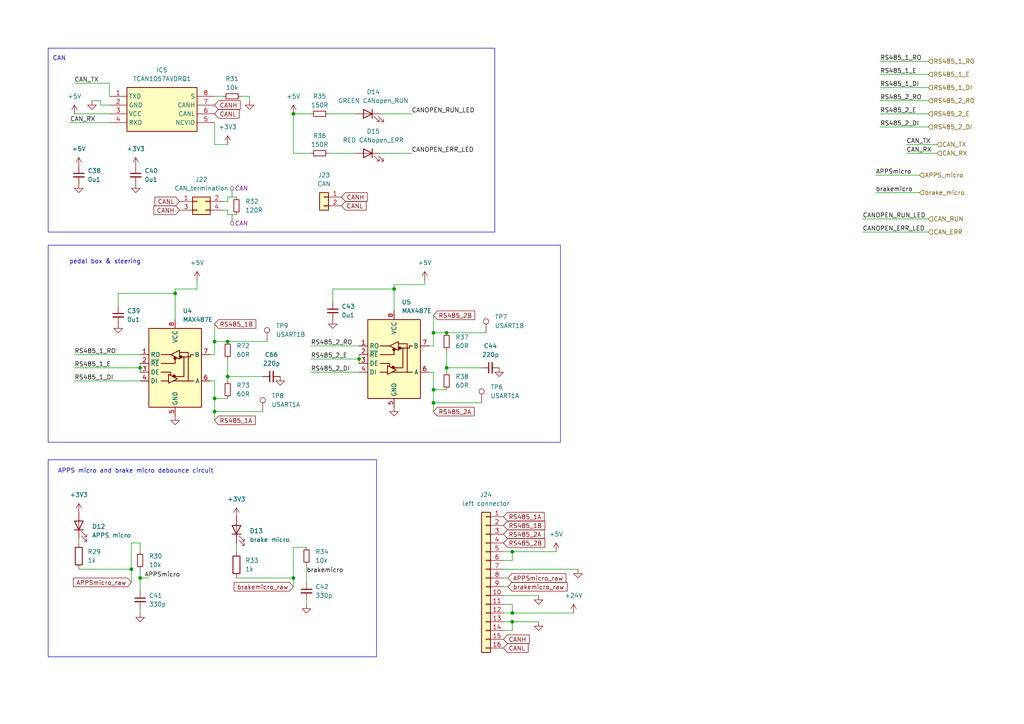
<source format=kicad_sch>
(kicad_sch (version 20231120) (generator "eeschema") (generator_version "8.0")
  (paper "A4")
  (title_block (title "EP5 rearbox ") (date "2024-08-07") (rev "1.0") (company "NTURacing") (comment 1 "郭哲明") (comment 2 "Electrical group"))
  (lib_symbols
    (symbol "Connector:TestPoint" (pin_numbers hide) (pin_names (offset 0.762) hide)
      (property "Reference" "TP" (at 0 6.858 0))
      (property "Value" "TestPoint" (at 0 5.08 0))
      (symbol "TestPoint_0_1"
        (circle (center 0 3.302) (radius 0.762))
      )
      (symbol "TestPoint_1_1"
        (pin passive line (at 0 0 90) (length 2.54) (name "1") (number "1"))
      )
    )
    (symbol "Connector_Generic:Conn_01x02" (pin_names (offset 1.016) hide)
      (property "Reference" "J" (at 0 2.54 0))
      (property "Value" "Conn_01x02" (at 0 -5.08 0))
      (symbol "Conn_01x02_1_1"
        (rectangle (start -1.27 -2.413) (end 0 -2.667) (stroke (width 0.1524)))
        (rectangle (start -1.27 0.127) (end 0 -0.127) (stroke (width 0.1524)))
        (rectangle (start -1.27 1.27) (end 1.27 -3.81) (stroke (width 0.254)) (fill (type background)))
        (pin passive line (at -5.08 0 0) (length 3.81) (name "Pin_1") (number "1"))
        (pin passive line (at -5.08 -2.54 0) (length 3.81) (name "Pin_2") (number "2"))
      )
    )
    (symbol "Connector_Generic:Conn_01x16" (pin_names (offset 1.016) hide)
      (property "Reference" "J" (at 0 20.32 0))
      (property "Value" "Conn_01x16" (at 0 -22.86 0))
      (symbol "Conn_01x16_1_1"
        (rectangle (start -1.27 -20.193) (end 0 -20.447) (stroke (width 0.1524)))
        (rectangle (start -1.27 -17.653) (end 0 -17.907) (stroke (width 0.1524)))
        (rectangle (start -1.27 -15.113) (end 0 -15.367) (stroke (width 0.1524)))
        (rectangle (start -1.27 -12.573) (end 0 -12.827) (stroke (width 0.1524)))
        (rectangle (start -1.27 -10.033) (end 0 -10.287) (stroke (width 0.1524)))
        (rectangle (start -1.27 -7.493) (end 0 -7.747) (stroke (width 0.1524)))
        (rectangle (start -1.27 -4.953) (end 0 -5.207) (stroke (width 0.1524)))
        (rectangle (start -1.27 -2.413) (end 0 -2.667) (stroke (width 0.1524)))
        (rectangle (start -1.27 0.127) (end 0 -0.127) (stroke (width 0.1524)))
        (rectangle (start -1.27 2.667) (end 0 2.413) (stroke (width 0.1524)))
        (rectangle (start -1.27 5.207) (end 0 4.953) (stroke (width 0.1524)))
        (rectangle (start -1.27 7.747) (end 0 7.493) (stroke (width 0.1524)))
        (rectangle (start -1.27 10.287) (end 0 10.033) (stroke (width 0.1524)))
        (rectangle (start -1.27 12.827) (end 0 12.573) (stroke (width 0.1524)))
        (rectangle (start -1.27 15.367) (end 0 15.113) (stroke (width 0.1524)))
        (rectangle (start -1.27 17.907) (end 0 17.653) (stroke (width 0.1524)))
        (rectangle (start -1.27 19.05) (end 1.27 -21.59) (stroke (width 0.254)) (fill (type background)))
        (pin passive line (at -5.08 17.78 0) (length 3.81) (name "Pin_1") (number "1"))
        (pin passive line (at -5.08 -5.08 0) (length 3.81) (name "Pin_10") (number "10"))
        (pin passive line (at -5.08 -7.62 0) (length 3.81) (name "Pin_11") (number "11"))
        (pin passive line (at -5.08 -10.16 0) (length 3.81) (name "Pin_12") (number "12"))
        (pin passive line (at -5.08 -12.7 0) (length 3.81) (name "Pin_13") (number "13"))
        (pin passive line (at -5.08 -15.24 0) (length 3.81) (name "Pin_14") (number "14"))
        (pin passive line (at -5.08 -17.78 0) (length 3.81) (name "Pin_15") (number "15"))
        (pin passive line (at -5.08 -20.32 0) (length 3.81) (name "Pin_16") (number "16"))
        (pin passive line (at -5.08 15.24 0) (length 3.81) (name "Pin_2") (number "2"))
        (pin passive line (at -5.08 12.7 0) (length 3.81) (name "Pin_3") (number "3"))
        (pin passive line (at -5.08 10.16 0) (length 3.81) (name "Pin_4") (number "4"))
        (pin passive line (at -5.08 7.62 0) (length 3.81) (name "Pin_5") (number "5"))
        (pin passive line (at -5.08 5.08 0) (length 3.81) (name "Pin_6") (number "6"))
        (pin passive line (at -5.08 2.54 0) (length 3.81) (name "Pin_7") (number "7"))
        (pin passive line (at -5.08 0 0) (length 3.81) (name "Pin_8") (number "8"))
        (pin passive line (at -5.08 -2.54 0) (length 3.81) (name "Pin_9") (number "9"))
      )
    )
    (symbol "Connector_Generic:Conn_02x02_Odd_Even" (pin_names (offset 1.016) hide)
      (property "Reference" "J" (at 1.27 2.54 0))
      (property "Value" "Conn_02x02_Odd_Even" (at 1.27 -5.08 0))
      (symbol "Conn_02x02_Odd_Even_1_1"
        (rectangle (start -1.27 -2.413) (end 0 -2.667) (stroke (width 0.1524)))
        (rectangle (start -1.27 0.127) (end 0 -0.127) (stroke (width 0.1524)))
        (rectangle (start -1.27 1.27) (end 3.81 -3.81) (stroke (width 0.254)) (fill (type background)))
        (rectangle (start 3.81 -2.413) (end 2.54 -2.667) (stroke (width 0.1524)))
        (rectangle (start 3.81 0.127) (end 2.54 -0.127) (stroke (width 0.1524)))
        (pin passive line (at -5.08 0 0) (length 3.81) (name "Pin_1") (number "1"))
        (pin passive line (at 7.62 0 180) (length 3.81) (name "Pin_2") (number "2"))
        (pin passive line (at -5.08 -2.54 0) (length 3.81) (name "Pin_3") (number "3"))
        (pin passive line (at 7.62 -2.54 180) (length 3.81) (name "Pin_4") (number "4"))
      )
    )
    (symbol "Device:C_Small" (pin_numbers hide) (pin_names (offset 0.254) hide)
      (property "Reference" "C" (at 0.254 1.778 0))
      (property "Value" "C_Small" (at 0.254 -2.032 0))
      (symbol "C_Small_0_1"
        (polyline (pts (xy -1.524 -0.508) (xy 1.524 -0.508)) (stroke (width 0.3302)))
        (polyline (pts (xy -1.524 0.508) (xy 1.524 0.508)) (stroke (width 0.3048)))
      )
      (symbol "C_Small_1_1"
        (pin passive line (at 0 2.54 270) (length 2.032) (name "~") (number "1"))
        (pin passive line (at 0 -2.54 90) (length 2.032) (name "~") (number "2"))
      )
    )
    (symbol "Device:LED" (pin_numbers hide) (pin_names (offset 1.016) hide)
      (property "Reference" "D" (at 0 2.54 0))
      (property "Value" "LED" (at 0 -2.54 0))
      (symbol "LED_0_1"
        (polyline (pts (xy -1.27 -1.27) (xy -1.27 1.27)) (stroke (width 0.254)))
        (polyline (pts (xy -1.27 0) (xy 1.27 0)))
        (polyline (pts (xy 1.27 -1.27) (xy 1.27 1.27) (xy -1.27 0) (xy 1.27 -1.27)) (stroke (width 0.254)))
        (polyline (pts (xy -3.048 -0.762) (xy -4.572 -2.286) (xy -3.81 -2.286) (xy -4.572 -2.286) (xy -4.572 -1.524)))
        (polyline (pts (xy -1.778 -0.762) (xy -3.302 -2.286) (xy -2.54 -2.286) (xy -3.302 -2.286) (xy -3.302 -1.524)))
      )
      (symbol "LED_1_1"
        (pin passive line (at -3.81 0 0) (length 2.54) (name "K") (number "1"))
        (pin passive line (at 3.81 0 180) (length 2.54) (name "A") (number "2"))
      )
    )
    (symbol "Device:R" (pin_numbers hide) (pin_names (offset 0))
      (property "Reference" "R" (at 2.032 0 90))
      (property "Value" "R" (at 0 0 90))
      (symbol "R_0_1"
        (rectangle (start -1.016 -2.54) (end 1.016 2.54) (stroke (width 0.254)))
      )
      (symbol "R_1_1"
        (pin passive line (at 0 3.81 270) (length 1.27) (name "~") (number "1"))
        (pin passive line (at 0 -3.81 90) (length 1.27) (name "~") (number "2"))
      )
    )
    (symbol "Device:R_Small" (pin_numbers hide) (pin_names (offset 0.254) hide)
      (property "Reference" "R" (at 0.762 0.508 0))
      (property "Value" "R_Small" (at 0.762 -1.016 0))
      (symbol "R_Small_0_1"
        (rectangle (start -0.762 1.778) (end 0.762 -1.778) (stroke (width 0.2032)))
      )
      (symbol "R_Small_1_1"
        (pin passive line (at 0 2.54 270) (length 0.762) (name "~") (number "1"))
        (pin passive line (at 0 -2.54 90) (length 0.762) (name "~") (number "2"))
      )
    )
    (symbol "Interface_UART:MAX487E"
      (property "Reference" "U" (at -6.096 11.43 0))
      (property "Value" "MAX487E" (at 0.762 11.43 0))
      (symbol "MAX487E_0_1"
        (rectangle (start -7.62 10.16) (end 7.62 -12.7) (stroke (width 0.254)) (fill (type background)))
        (circle (center -0.3048 -3.683) (radius 0.3556) (stroke (width 0.254)) (fill (type outline)))
        (circle (center -0.0254 1.4986) (radius 0.3556) (stroke (width 0.254)) (fill (type outline)))
        (polyline (pts (xy -4.064 -5.08) (xy -1.905 -5.08)) (stroke (width 0.254)))
        (polyline (pts (xy -4.064 2.54) (xy -1.27 2.54)) (stroke (width 0.254)))
        (polyline (pts (xy -1.27 -3.2004) (xy -1.27 -3.4544)) (stroke (width 0.254)))
        (polyline (pts (xy -0.635 -5.08) (xy 5.334 -5.08)) (stroke (width 0.254)))
        (polyline (pts (xy -4.064 -2.54) (xy -1.27 -2.54) (xy -1.27 -3.175)) (stroke (width 0.254)))
        (polyline (pts (xy 0 1.27) (xy 0 0) (xy -4.064 0)) (stroke (width 0.254)))
        (polyline (pts (xy 1.27 3.175) (xy 3.81 3.175) (xy 3.81 -5.08)) (stroke (width 0.254)))
        (polyline (pts (xy 2.54 1.905) (xy 2.54 -3.81) (xy 0 -3.81)) (stroke (width 0.254)))
        (polyline (pts (xy -1.905 -3.175) (xy -1.905 -5.715) (xy 0.635 -4.445) (xy -1.905 -3.175)) (stroke (width 0.254)))
        (polyline (pts (xy -1.27 2.54) (xy 1.27 3.81) (xy 1.27 1.27) (xy -1.27 2.54)) (stroke (width 0.254)))
        (polyline (pts (xy 1.905 1.905) (xy 4.445 1.905) (xy 4.445 2.54) (xy 5.334 2.54)) (stroke (width 0.254)))
        (rectangle (start 1.27 3.175) (end 1.27 3.175))
        (circle (center 1.651 1.905) (radius 0.3556) (stroke (width 0.254)) (fill (type outline)))
      )
      (symbol "MAX487E_1_1"
        (pin output line (at -10.16 2.54 0) (length 2.54) (name "RO") (number "1"))
        (pin input line (at -10.16 0 0) (length 2.54) (name "~{RE}") (number "2"))
        (pin input line (at -10.16 -2.54 0) (length 2.54) (name "DE") (number "3"))
        (pin input line (at -10.16 -5.08 0) (length 2.54) (name "DI") (number "4"))
        (pin power_in line (at 0 -15.24 90) (length 2.54) (name "GND") (number "5"))
        (pin bidirectional line (at 10.16 -5.08 180) (length 2.54) (name "A") (number "6"))
        (pin bidirectional line (at 10.16 2.54 180) (length 2.54) (name "B") (number "7"))
        (pin power_in line (at 0 12.7 270) (length 2.54) (name "VCC") (number "8"))
      )
    )
    (symbol "SamacSys_Parts:TCAN1057AVDRQ1"
      (property "Reference" "IC" (at 26.67 7.62 0))
      (property "Value" "TCAN1057AVDRQ1" (at 26.67 5.08 0))
      (symbol "TCAN1057AVDRQ1_1_1"
        (rectangle (start 5.08 2.54) (end 25.4 -10.16) (stroke (width 0.254)) (fill (type background)))
        (pin passive line (at 0 0 0) (length 5.08) (name "TXD") (number "1"))
        (pin passive line (at 0 -2.54 0) (length 5.08) (name "GND") (number "2"))
        (pin passive line (at 0 -5.08 0) (length 5.08) (name "VCC") (number "3"))
        (pin passive line (at 0 -7.62 0) (length 5.08) (name "RXD") (number "4"))
        (pin passive line (at 30.48 -7.62 180) (length 5.08) (name "NCVIO") (number "5"))
        (pin passive line (at 30.48 -5.08 180) (length 5.08) (name "CANL") (number "6"))
        (pin passive line (at 30.48 -2.54 180) (length 5.08) (name "CANH") (number "7"))
        (pin passive line (at 30.48 0 180) (length 5.08) (name "S") (number "8"))
      )
    )
    (symbol "power:+24V" (power) (pin_names (offset 0))
      (property "Value" "+24V" (at 0 3.556 0))
      (symbol "+24V_0_1"
        (polyline (pts (xy -0.762 1.27) (xy 0 2.54)))
        (polyline (pts (xy 0 0) (xy 0 2.54)))
        (polyline (pts (xy 0 2.54) (xy 0.762 1.27)))
      )
      (symbol "+24V_1_1"
        (pin power_in line (at 0 0 90) (length 0) hide (name "+24V") (number "1"))
      )
    )
    (symbol "power:+3V3" (power) (pin_names (offset 0))
      (property "Value" "+3V3" (at 0 3.556 0))
      (symbol "+3V3_0_1"
        (polyline (pts (xy -0.762 1.27) (xy 0 2.54)))
        (polyline (pts (xy 0 0) (xy 0 2.54)))
        (polyline (pts (xy 0 2.54) (xy 0.762 1.27)))
      )
      (symbol "+3V3_1_1"
        (pin power_in line (at 0 0 90) (length 0) hide (name "+3V3") (number "1"))
      )
    )
    (symbol "power:+5V" (power) (pin_names (offset 0))
      (property "Value" "+5V" (at 0 3.556 0))
      (symbol "+5V_0_1"
        (polyline (pts (xy -0.762 1.27) (xy 0 2.54)))
        (polyline (pts (xy 0 0) (xy 0 2.54)))
        (polyline (pts (xy 0 2.54) (xy 0.762 1.27)))
      )
      (symbol "+5V_1_1"
        (pin power_in line (at 0 0 90) (length 0) hide (name "+5V") (number "1"))
      )
    )
    (symbol "power:GND" (power) (pin_names (offset 0))
      (property "Value" "GND" (at 0 -3.81 0))
      (symbol "GND_0_1"
        (polyline (pts (xy 0 0) (xy 0 -1.27) (xy 1.27 -1.27) (xy 0 -2.54) (xy -1.27 -1.27) (xy 0 -1.27)))
      )
      (symbol "GND_1_1"
        (pin power_in line (at 0 0 270) (length 0) hide (name "GND") (number "1"))
      )
    )
  )
  (junction (at 50.8 85.09))
  (junction (at 40.64 167.64))
  (junction (at 114.3 83.82))
  (junction (at 125.73 113.03))
  (junction (at 148.59 160.02))
  (junction (at 125.73 116.84))
  (junction (at 62.23 99.06))
  (junction (at 62.23 115.57))
  (junction (at 38.1 165.1))
  (junction (at 85.09 33.02))
  (junction (at 62.23 119.38))
  (junction (at 40.64 106.68))
  (junction (at 66.04 99.06))
  (junction (at 125.73 96.52))
  (junction (at 129.54 106.68))
  (junction (at 148.59 177.8))
  (junction (at 66.04 109.22))
  (junction (at 85.09 167.64))
  (junction (at 148.59 180.34))
  (junction (at 104.14 104.14))
  (junction (at 129.54 96.52))
  (wire (pts (xy 125.73 113.03) (xy 129.54 113.03)))
  (wire (pts (xy 262.89 44.45) (xy 271.78 44.45)))
  (wire (pts (xy 21.59 106.68) (xy 40.64 106.68)))
  (wire (pts (xy 21.59 33.02) (xy 31.75 33.02)))
  (wire (pts (xy 148.59 182.88) (xy 146.05 182.88)))
  (wire (pts (xy 125.73 100.33) (xy 124.46 100.33)))
  (wire (pts (xy 66.04 58.42) (xy 64.77 58.42)))
  (wire (pts (xy 40.64 177.8) (xy 40.64 176.53)))
  (wire (pts (xy 72.39 27.94) (xy 69.85 27.94)))
  (wire (pts (xy 123.19 81.28) (xy 123.19 82.55)))
  (wire (pts (xy 62.23 115.57) (xy 62.23 110.49)))
  (wire (pts (xy 255.27 36.83) (xy 269.24 36.83)))
  (wire (pts (xy 62.23 115.57) (xy 66.04 115.57)))
  (wire (pts (xy 38.1 157.48) (xy 38.1 165.1)))
  (wire (pts (xy 66.04 60.96) (xy 64.77 60.96)))
  (wire (pts (xy 62.23 93.98) (xy 62.23 99.06)))
  (wire (pts (xy 40.64 165.1) (xy 40.64 167.64)))
  (wire (pts (xy 148.59 180.34) (xy 146.05 180.34)))
  (wire (pts (xy 102.87 44.45) (xy 95.25 44.45)))
  (wire (pts (xy 90.17 107.95) (xy 104.14 107.95)))
  (wire (pts (xy 114.3 82.55) (xy 123.19 82.55)))
  (wire (pts (xy 21.59 24.13) (xy 31.75 24.13)))
  (wire (pts (xy 62.23 102.87) (xy 60.96 102.87)))
  (wire (pts (xy 20.32 35.56) (xy 31.75 35.56)))
  (wire (pts (xy 125.73 113.03) (xy 125.73 107.95)))
  (wire (pts (xy 62.23 99.06) (xy 62.23 102.87)))
  (wire (pts (xy 254 50.8) (xy 266.7 50.8)))
  (wire (pts (xy 62.23 119.38) (xy 62.23 115.57)))
  (wire (pts (xy 50.8 85.09) (xy 50.8 92.71)))
  (wire (pts (xy 129.54 101.6) (xy 129.54 106.68)))
  (wire (pts (xy 21.59 102.87) (xy 40.64 102.87)))
  (wire (pts (xy 90.17 44.45) (xy 85.09 44.45)))
  (wire (pts (xy 22.86 157.48) (xy 22.86 156.21)))
  (wire (pts (xy 85.09 158.75) (xy 88.9 158.75)))
  (wire (pts (xy 68.58 160.02) (xy 68.58 157.48)))
  (wire (pts (xy 125.73 96.52) (xy 129.54 96.52)))
  (wire (pts (xy 40.64 157.48) (xy 38.1 157.48)))
  (wire (pts (xy 62.23 121.92) (xy 62.23 119.38)))
  (wire (pts (xy 26.67 29.21) (xy 29.21 29.21)))
  (wire (pts (xy 146.05 167.64) (xy 147.32 167.64)))
  (wire (pts (xy 125.73 116.84) (xy 125.73 113.03)))
  (wire (pts (xy 269.24 67.31) (xy 250.19 67.31)))
  (wire (pts (xy 62.23 27.94) (xy 64.77 27.94)))
  (wire (pts (xy 148.59 180.34) (xy 156.21 180.34)))
  (wire (pts (xy 114.3 83.82) (xy 114.3 90.17)))
  (wire (pts (xy 66.04 57.15) (xy 66.04 58.42)))
  (wire (pts (xy 146.05 160.02) (xy 148.59 160.02)))
  (wire (pts (xy 125.73 96.52) (xy 125.73 100.33)))
  (wire (pts (xy 76.2 109.22) (xy 66.04 109.22)))
  (wire (pts (xy 146.05 175.26) (xy 148.59 175.26)))
  (wire (pts (xy 88.9 163.83) (xy 88.9 168.91)))
  (wire (pts (xy 66.04 104.14) (xy 66.04 109.22)))
  (wire (pts (xy 72.39 29.21) (xy 72.39 27.94)))
  (wire (pts (xy 262.89 41.91) (xy 271.78 41.91)))
  (wire (pts (xy 139.7 106.68) (xy 129.54 106.68)))
  (wire (pts (xy 255.27 29.21) (xy 269.24 29.21)))
  (wire (pts (xy 102.87 33.02) (xy 95.25 33.02)))
  (wire (pts (xy 62.23 99.06) (xy 66.04 99.06)))
  (wire (pts (xy 62.23 41.91) (xy 62.23 35.56)))
  (wire (pts (xy 57.15 81.28) (xy 57.15 83.82)))
  (wire (pts (xy 68.58 167.64) (xy 85.09 167.64)))
  (wire (pts (xy 88.9 173.99) (xy 88.9 175.26)))
  (wire (pts (xy 38.1 165.1) (xy 38.1 168.91)))
  (wire (pts (xy 68.58 62.23) (xy 66.04 62.23)))
  (wire (pts (xy 255.27 33.02) (xy 269.24 33.02)))
  (wire (pts (xy 50.8 83.82) (xy 57.15 83.82)))
  (wire (pts (xy 255.27 21.59) (xy 269.24 21.59)))
  (wire (pts (xy 148.59 160.02) (xy 148.59 162.56)))
  (wire (pts (xy 254 55.88) (xy 266.7 55.88)))
  (wire (pts (xy 148.59 177.8) (xy 166.37 177.8)))
  (wire (pts (xy 104.14 104.14) (xy 104.14 102.87)))
  (wire (pts (xy 125.73 116.84) (xy 139.7 116.84)))
  (wire (pts (xy 96.52 83.82) (xy 114.3 83.82)))
  (wire (pts (xy 125.73 119.38) (xy 125.73 116.84)))
  (wire (pts (xy 40.64 157.48) (xy 40.64 160.02)))
  (wire (pts (xy 146.05 162.56) (xy 148.59 162.56)))
  (wire (pts (xy 68.58 57.15) (xy 66.04 57.15)))
  (wire (pts (xy 255.27 25.4) (xy 269.24 25.4)))
  (wire (pts (xy 104.14 104.14) (xy 104.14 105.41)))
  (wire (pts (xy 40.64 106.68) (xy 40.64 107.95)))
  (wire (pts (xy 148.59 180.34) (xy 148.59 182.88)))
  (wire (pts (xy 119.38 33.02) (xy 110.49 33.02)))
  (wire (pts (xy 269.24 63.5) (xy 250.19 63.5)))
  (wire (pts (xy 85.09 33.02) (xy 85.09 44.45)))
  (wire (pts (xy 50.8 83.82) (xy 50.8 85.09)))
  (wire (pts (xy 43.18 167.64) (xy 40.64 167.64)))
  (wire (pts (xy 146.05 170.18) (xy 147.32 170.18)))
  (wire (pts (xy 90.17 104.14) (xy 104.14 104.14)))
  (wire (pts (xy 29.21 29.21) (xy 29.21 30.48)))
  (wire (pts (xy 66.04 62.23) (xy 66.04 60.96)))
  (wire (pts (xy 156.21 172.72) (xy 146.05 172.72)))
  (wire (pts (xy 129.54 106.68) (xy 129.54 107.95)))
  (wire (pts (xy 125.73 91.44) (xy 125.73 96.52)))
  (wire (pts (xy 62.23 110.49) (xy 60.96 110.49)))
  (wire (pts (xy 146.05 165.1) (xy 167.64 165.1)))
  (wire (pts (xy 148.59 177.8) (xy 146.05 177.8)))
  (wire (pts (xy 85.09 167.64) (xy 85.09 170.18)))
  (wire (pts (xy 148.59 175.26) (xy 148.59 177.8)))
  (wire (pts (xy 31.75 24.13) (xy 31.75 27.94)))
  (wire (pts (xy 125.73 107.95) (xy 124.46 107.95)))
  (wire (pts (xy 22.86 165.1) (xy 38.1 165.1)))
  (wire (pts (xy 85.09 158.75) (xy 85.09 167.64)))
  (wire (pts (xy 119.38 44.45) (xy 110.49 44.45)))
  (wire (pts (xy 66.04 41.91) (xy 62.23 41.91)))
  (wire (pts (xy 34.29 85.09) (xy 50.8 85.09)))
  (wire (pts (xy 62.23 119.38) (xy 76.2 119.38)))
  (wire (pts (xy 114.3 82.55) (xy 114.3 83.82)))
  (wire (pts (xy 129.54 96.52) (xy 140.97 96.52)))
  (wire (pts (xy 29.21 30.48) (xy 31.75 30.48)))
  (wire (pts (xy 96.52 83.82) (xy 96.52 87.63)))
  (wire (pts (xy 21.59 110.49) (xy 40.64 110.49)))
  (wire (pts (xy 90.17 100.33) (xy 104.14 100.33)))
  (wire (pts (xy 90.17 33.02) (xy 85.09 33.02)))
  (wire (pts (xy 66.04 109.22) (xy 66.04 110.49)))
  (wire (pts (xy 40.64 105.41) (xy 40.64 106.68)))
  (wire (pts (xy 66.04 99.06) (xy 77.47 99.06)))
  (wire (pts (xy 148.59 160.02) (xy 161.29 160.02)))
  (wire (pts (xy 255.27 17.78) (xy 269.24 17.78)))
  (wire (pts (xy 40.64 167.64) (xy 40.64 171.45)))
  (wire (pts (xy 34.29 85.09) (xy 34.29 88.9)))
  (rectangle (start 13.97 13.97) (end 143.51 67.31))
  (rectangle (start 13.97 71.12) (end 162.56 128.27))
  (rectangle (start 13.97 133.35) (end 109.22 190.5))
  (text "CAN" (at 15.24 17.78 0) (effects (font (size 1.27 1.27)) (justify left bottom)))
  (text "APPS micro and brake micro debounce circuit" (at 16.764 137.414 0) (effects (font (size 1.27 1.27)) (justify left bottom)))
  (text "pedal box & steering" (at 20.066 76.708 0) (effects (font (size 1.27 1.27)) (justify left bottom)))
  (label "CAN_RX" (at 20.32 35.56 0))
  (label "RS485_1_DI" (at 255.27 25.4 0))
  (label "RS485_1_E" (at 255.27 21.59 0))
  (label "RS485_2_DI" (at 255.27 36.83 0))
  (label "RS485_1_E" (at 21.59 106.68 0))
  (label "RS485_1_DI" (at 21.59 110.49 0))
  (label "brakemicro" (at 254 55.88 0))
  (label "CANOPEN_ERR_LED" (at 250.19 67.31 0))
  (label "RS485_2_DI" (at 90.17 107.95 0))
  (label "RS485_1_RO" (at 21.59 102.87 0))
  (label "CAN_TX" (at 21.59 24.13 0))
  (label "CANOPEN_ERR_LED" (at 119.38 44.45 0))
  (label "CAN_RX" (at 262.89 44.45 0))
  (label "CAN_TX" (at 262.89 41.91 0))
  (label "RS485_1_RO" (at 255.27 17.78 0))
  (label "CANOPEN_RUN_LED" (at 119.38 33.02 0))
  (label "brakemicro" (at 88.9 166.37 0))
  (label "APPSmicro" (at 254 50.8 0))
  (label "CANOPEN_RUN_LED" (at 250.19 63.5 0))
  (label "RS485_2_E" (at 255.27 33.02 0))
  (label "RS485_2_E" (at 90.17 104.14 0))
  (label "RS485_2_RO" (at 255.27 29.21 0))
  (label "RS485_2_RO" (at 90.17 100.33 0))
  (label "APPSmicro" (at 41.91 167.64 0))
  (global_label "CANH" (shape input) (at 52.07 60.96 180) (property "Intersheetrefs" "${INTERSHEET_REFS}" (effects (hide yes))))
  (global_label "CANL" (shape input) (at 99.06 59.69 0) (property "Intersheetrefs" "${INTERSHEET_REFS}" (effects (hide yes))))
  (global_label "RS485_1A" (shape input) (at 62.23 121.92 0) (property "Intersheetrefs" "${INTERSHEET_REFS}" (effects (hide yes))))
  (global_label "RS485_2A" (shape input) (at 125.73 119.38 0) (property "Intersheetrefs" "${INTERSHEET_REFS}" (effects (hide yes))))
  (global_label "CANL" (shape input) (at 52.07 58.42 180) (property "Intersheetrefs" "${INTERSHEET_REFS}" (effects (hide yes))))
  (global_label "APPSmicro_raw" (shape input) (at 38.1 168.91 180) (property "Intersheetrefs" "${INTERSHEET_REFS}" (effects (hide yes))))
  (global_label "RS485_2B" (shape input) (at 146.05 157.48 0) (property "Intersheetrefs" "${INTERSHEET_REFS}" (effects (hide yes))))
  (global_label "RS485_1B" (shape input) (at 146.05 152.4 0) (property "Intersheetrefs" "${INTERSHEET_REFS}" (effects (hide yes))))
  (global_label "CANH" (shape input) (at 62.23 30.48 0) (property "Intersheetrefs" "${INTERSHEET_REFS}" (effects (hide yes))))
  (global_label "brakemicro_raw" (shape input) (at 85.09 170.18 180) (property "Intersheetrefs" "${INTERSHEET_REFS}" (effects (hide yes))))
  (global_label "CANL" (shape input) (at 146.05 187.96 0) (property "Intersheetrefs" "${INTERSHEET_REFS}" (effects (hide yes))))
  (global_label "CANH" (shape input) (at 99.06 57.15 0) (property "Intersheetrefs" "${INTERSHEET_REFS}" (effects (hide yes))))
  (global_label "RS485_2B" (shape input) (at 125.73 91.44 0) (property "Intersheetrefs" "${INTERSHEET_REFS}" (effects (hide yes))))
  (global_label "RS485_2A" (shape input) (at 146.05 154.94 0) (property "Intersheetrefs" "${INTERSHEET_REFS}" (effects (hide yes))))
  (global_label "CANL" (shape input) (at 62.23 33.02 0) (property "Intersheetrefs" "${INTERSHEET_REFS}" (effects (hide yes))))
  (global_label "CANH" (shape input) (at 146.05 185.42 0) (property "Intersheetrefs" "${INTERSHEET_REFS}" (effects (hide yes))))
  (global_label "RS485_1B" (shape input) (at 62.23 93.98 0) (property "Intersheetrefs" "${INTERSHEET_REFS}" (effects (hide yes))))
  (global_label "RS485_1A" (shape input) (at 146.05 149.86 0) (property "Intersheetrefs" "${INTERSHEET_REFS}" (effects (hide yes))))
  (global_label "brakemicro_raw" (shape input) (at 147.32 170.18 0) (property "Intersheetrefs" "${INTERSHEET_REFS}" (effects (hide yes))))
  (global_label "APPSmicro_raw" (shape input) (at 147.32 167.64 0) (property "Intersheetrefs" "${INTERSHEET_REFS}" (effects (hide yes))))
  (hierarchical_label "RS485_1_E" (shape input) (at 269.24 21.59 0))
  (hierarchical_label "RS485_1_RO" (shape input) (at 269.24 17.78 0))
  (hierarchical_label "CAN_RUN" (shape input) (at 269.24 63.5 0))
  (hierarchical_label "RS485_2_E" (shape input) (at 269.24 33.02 0))
  (hierarchical_label "CAN_TX" (shape input) (at 271.78 41.91 0))
  (hierarchical_label "RS485_1_DI" (shape input) (at 269.24 25.4 0))
  (hierarchical_label "CAN_RX" (shape input) (at 271.78 44.45 0))
  (hierarchical_label "RS485_2_RO" (shape input) (at 269.24 29.21 0))
  (hierarchical_label "APPS_micro" (shape input) (at 266.7 50.8 0))
  (hierarchical_label "CAN_ERR" (shape input) (at 269.24 67.31 0))
  (hierarchical_label "brake_micro" (shape input) (at 266.7 55.88 0))
  (hierarchical_label "RS485_2_DI" (shape input) (at 269.24 36.83 0))
  (netclass_flag "" (length 2.54) (shape round) (at 67.31 57.15 0) (property "Netclass" "CAN" (at 68.0085 54.61 0) (effects (font (italic yes)) (justify left))))
  (netclass_flag "" (length 2.54) (shape round) (at 67.31 62.23 180) (property "Netclass" "CAN" (at 68.0085 64.77 0) (effects (font (italic yes)) (justify left))))
  (symbol (lib_id "Connector_Generic:Conn_02x02_Odd_Even") (at 57.15 58.42 0) (unit 1)
    (property "Reference" "J22" (at 58.42 52.07 0))
    (property "Value" "CAN_termination" (at 58.42 54.61 0))
    (property "Footprint" "Connector_PinHeader_2.54mm:PinHeader_2x02_P2.54mm_Vertical" (effects (hide yes)))
  )
  (symbol (lib_id "Device:R_Small") (at 92.71 44.45 90) (unit 1)
    (property "Reference" "R36" (at 92.71 39.37 90))
    (property "Value" "150R" (at 92.71 41.91 90))
    (property "Footprint" "Resistor_SMD:R_0603_1608Metric" (effects (hide yes)))
  )
  (symbol (lib_id "SamacSys_Parts:TCAN1057AVDRQ1") (at 31.75 27.94 0) (unit 1)
    (property "Reference" "IC5" (at 46.99 20.32 0))
    (property "Value" "TCAN1057AVDRQ1" (at 46.99 22.86 0))
    (property "Footprint" "SamacSys_Parts:SOIC127P600X175-8N" (effects (hide yes)))
    (property "Datasheet" "https://pdf1.alldatasheet.com/datasheet-pdf/view/1287247/TI/TCAN1057AV-Q1.html" (effects (hide yes)))
    (property "Height" "1.75" (effects (hide yes)))
    (property "Mouser Part Number" "595-TCAN1057AVDRQ1" (effects (hide yes)))
    (property "Mouser Price/Stock" "https://www.mouser.co.uk/ProductDetail/Texas-Instruments/TCAN1057AVDRQ1?qs=Rp5uXu7WBW8Rm%2Fa7xw2cKg%3D%3D" (effects (hide yes)))
    (property "Manufacturer_Name" "Texas Instruments" (effects (hide yes)))
    (property "Manufacturer_Part_Number" "TCAN1057AVDRQ1" (effects (hide yes)))
  )
  (symbol (lib_id "Device:C_Small") (at 96.52 90.17 0) (unit 1)
    (property "Reference" "C43" (at 99.06 88.9063 0) (effects (justify left)))
    (property "Value" "0u1" (at 99.06 91.4463 0) (effects (justify left)))
    (property "Footprint" "Capacitor_SMD:C_0603_1608Metric" (effects (hide yes)))
  )
  (symbol (lib_id "Interface_UART:MAX487E") (at 50.8 105.41 0) (unit 1)
    (property "Reference" "U4" (at 52.9941 90.17 0) (effects (justify left)))
    (property "Value" "MAX487E" (at 52.9941 92.71 0) (effects (justify left)))
    (property "Footprint" "Package_SO:SOIC-8_3.9x4.9mm_P1.27mm" (effects (hide yes)))
    (property "Datasheet" "https://datasheets.maximintegrated.com/en/ds/MAX1487E-MAX491E.pdf" (effects (hide yes)))
  )
  (symbol (lib_id "power:+3V3") (at 22.86 148.59 0) (unit 1)
    (property "Reference" "#PWR0114" (effects (hide yes)))
    (property "Value" "+3V3" (at 22.86 143.51 0))
  )
  (symbol (lib_id "power:GND") (at 81.28 109.22 0) (unit 1)
    (property "Reference" "#PWR076" (effects (hide yes)))
    (property "Value" "GND" (effects (hide yes)))
  )
  (symbol (lib_id "Device:R_Small") (at 67.31 27.94 270) (unit 1) (in_bom no)
    (property "Reference" "R31" (at 67.31 22.86 90))
    (property "Value" "10k" (at 67.31 25.4 90))
    (property "Footprint" "Resistor_SMD:R_0603_1608Metric" (effects (hide yes)))
  )
  (symbol (lib_id "power:GND") (at 96.52 92.71 0) (unit 1)
    (property "Reference" "#PWR0128" (effects (hide yes)))
    (property "Value" "GND" (effects (hide yes)))
  )
  (symbol (lib_id "power:GND") (at 144.78 106.68 0) (unit 1)
    (property "Reference" "#PWR0131" (effects (hide yes)))
    (property "Value" "GND" (effects (hide yes)))
  )
  (symbol (lib_id "Connector:TestPoint") (at 76.2 119.38 0) (unit 1)
    (property "Reference" "TP8" (at 78.74 114.808 0) (effects (justify left)))
    (property "Value" "USART1A" (at 78.74 117.348 0) (effects (justify left)))
    (property "Footprint" "TestPoint:TestPoint_Pad_D1.0mm" (effects (hide yes)))
  )
  (symbol (lib_id "Device:C_Small") (at 142.24 106.68 90) (unit 1)
    (property "Reference" "C44" (at 142.2463 100.33 90))
    (property "Value" "220p" (at 142.2463 102.87 90))
    (property "Footprint" "Capacitor_SMD:C_0603_1608Metric" (effects (hide yes)))
  )
  (symbol (lib_id "Connector:TestPoint") (at 139.7 116.84 0) (unit 1)
    (property "Reference" "TP6" (at 142.24 112.268 0) (effects (justify left)))
    (property "Value" "USART1A" (at 142.24 114.808 0) (effects (justify left)))
    (property "Footprint" "TestPoint:TestPoint_Pad_D1.0mm" (effects (hide yes)))
  )
  (symbol (lib_id "Device:R_Small") (at 129.54 99.06 0) (unit 1)
    (property "Reference" "R37" (at 132.08 97.79 0) (effects (justify left)))
    (property "Value" "60R" (at 132.08 100.33 0) (effects (justify left)))
    (property "Footprint" "Resistor_SMD:R_0603_1608Metric" (effects (hide yes)))
  )
  (symbol (lib_id "power:+5V") (at 161.29 160.02 0) (unit 1)
    (property "Reference" "#PWR0134" (effects (hide yes)))
    (property "Value" "+5V" (at 161.29 154.94 0))
  )
  (symbol (lib_id "power:GND") (at 156.21 180.34 0) (unit 1)
    (property "Reference" "#PWR0133" (effects (hide yes)))
    (property "Value" "GND" (effects (hide yes)))
  )
  (symbol (lib_id "Connector:TestPoint") (at 140.97 96.52 0) (unit 1)
    (property "Reference" "TP7" (at 143.51 91.948 0) (effects (justify left)))
    (property "Value" "USART1B" (at 143.51 94.488 0) (effects (justify left)))
    (property "Footprint" "TestPoint:TestPoint_Pad_D1.0mm" (effects (hide yes)))
  )
  (symbol (lib_id "power:+5V") (at 21.59 33.02 0) (unit 1)
    (property "Reference" "#PWR0111" (effects (hide yes)))
    (property "Value" "+5V" (at 21.59 27.94 0))
  )
  (symbol (lib_id "power:+3V3") (at 39.37 48.26 0) (unit 1)
    (property "Reference" "#PWR0117" (effects (hide yes)))
    (property "Value" "+3V3" (at 39.37 43.18 0))
  )
  (symbol (lib_id "Device:C_Small") (at 88.9 171.45 0) (unit 1)
    (property "Reference" "C42" (at 91.44 170.1863 0) (effects (justify left)))
    (property "Value" "330p" (at 91.44 172.7263 0) (effects (justify left)))
    (property "Footprint" "Capacitor_SMD:C_0603_1608Metric" (effects (hide yes)))
  )
  (symbol (lib_id "Device:R_Small") (at 92.71 33.02 90) (unit 1)
    (property "Reference" "R35" (at 92.71 27.94 90))
    (property "Value" "150R" (at 92.71 30.48 90))
    (property "Footprint" "Resistor_SMD:R_0603_1608Metric" (effects (hide yes)))
  )
  (symbol (lib_id "Device:R_Small") (at 129.54 110.49 0) (unit 1)
    (property "Reference" "R38" (at 132.08 109.22 0) (effects (justify left)))
    (property "Value" "60R" (at 132.08 111.76 0) (effects (justify left)))
    (property "Footprint" "Resistor_SMD:R_0603_1608Metric" (effects (hide yes)))
  )
  (symbol (lib_id "Device:LED") (at 106.68 44.45 0) (mirror y) (unit 1)
    (property "Reference" "D15" (at 108.2675 38.1 0))
    (property "Value" "RED CANopen_ERR" (at 108.2675 40.64 0))
    (property "Footprint" "LED_SMD:LED_0603_1608Metric" (effects (hide yes)))
  )
  (symbol (lib_id "power:GND") (at 34.29 93.98 0) (unit 1)
    (property "Reference" "#PWR0116" (effects (hide yes)))
    (property "Value" "GND" (effects (hide yes)))
  )
  (symbol (lib_id "Device:C_Small") (at 78.74 109.22 90) (unit 1)
    (property "Reference" "C66" (at 78.7463 102.87 90))
    (property "Value" "220p" (at 78.7463 105.41 90))
    (property "Footprint" "Capacitor_SMD:C_0603_1608Metric" (effects (hide yes)))
  )
  (symbol (lib_id "power:GND") (at 114.3 118.11 0) (unit 1)
    (property "Reference" "#PWR0129" (effects (hide yes)))
    (property "Value" "GND" (effects (hide yes)))
  )
  (symbol (lib_id "power:GND") (at 72.39 29.21 0) (unit 1)
    (property "Reference" "#PWR0124" (effects (hide yes)))
    (property "Value" "GND" (effects (hide yes)))
  )
  (symbol (lib_id "Device:R") (at 68.58 163.83 0) (unit 1)
    (property "Reference" "R33" (at 71.12 162.56 0) (effects (justify left)))
    (property "Value" "1k" (at 71.12 165.1 0) (effects (justify left)))
    (property "Footprint" "Resistor_SMD:R_0603_1608Metric" (effects (hide yes)))
  )
  (symbol (lib_id "power:GND") (at 26.67 29.21 0) (unit 1)
    (property "Reference" "#PWR0115" (effects (hide yes)))
    (property "Value" "GND" (effects (hide yes)))
  )
  (symbol (lib_id "power:+5V") (at 85.09 33.02 0) (unit 1)
    (property "Reference" "#PWR038" (effects (hide yes)))
    (property "Value" "+5V" (at 85.09 27.94 0))
  )
  (symbol (lib_id "Device:C_Small") (at 34.29 91.44 0) (unit 1)
    (property "Reference" "C39" (at 36.83 90.1763 0) (effects (justify left)))
    (property "Value" "0u1" (at 36.83 92.7163 0) (effects (justify left)))
    (property "Footprint" "Capacitor_SMD:C_0603_1608Metric" (effects (hide yes)))
  )
  (symbol (lib_id "power:+3V3") (at 66.04 41.91 0) (unit 1)
    (property "Reference" "#PWR0122" (effects (hide yes)))
    (property "Value" "+3V3" (at 66.04 36.83 0))
  )
  (symbol (lib_id "power:GND") (at 88.9 175.26 0) (unit 1)
    (property "Reference" "#PWR0127" (effects (hide yes)))
    (property "Value" "GND" (effects (hide yes)))
  )
  (symbol (lib_id "Device:R_Small") (at 66.04 113.03 0) (unit 1)
    (property "Reference" "R73" (at 68.58 111.76 0) (effects (justify left)))
    (property "Value" "60R" (at 68.58 114.3 0) (effects (justify left)))
    (property "Footprint" "Resistor_SMD:R_0603_1608Metric" (effects (hide yes)))
  )
  (symbol (lib_id "power:GND") (at 40.64 177.8 0) (unit 1)
    (property "Reference" "#PWR0119" (effects (hide yes)))
    (property "Value" "GND" (effects (hide yes)))
  )
  (symbol (lib_id "Device:R_Small") (at 88.9 161.29 180) (unit 1)
    (property "Reference" "R34" (at 91.44 160.02 0) (effects (justify right)))
    (property "Value" "10k" (at 91.44 162.56 0) (effects (justify right)))
    (property "Footprint" "Resistor_SMD:R_0603_1608Metric" (effects (hide yes)))
  )
  (symbol (lib_id "power:+3V3") (at 68.58 149.86 0) (unit 1)
    (property "Reference" "#PWR0123" (effects (hide yes)))
    (property "Value" "+3V3" (at 68.58 144.78 0))
  )
  (symbol (lib_id "Connector:TestPoint") (at 77.47 99.06 0) (unit 1)
    (property "Reference" "TP9" (at 80.01 94.488 0) (effects (justify left)))
    (property "Value" "USART1B" (at 80.01 97.028 0) (effects (justify left)))
    (property "Footprint" "TestPoint:TestPoint_Pad_D1.0mm" (effects (hide yes)))
  )
  (symbol (lib_id "Device:C_Small") (at 39.37 50.8 0) (unit 1)
    (property "Reference" "C40" (at 41.91 49.5363 0) (effects (justify left)))
    (property "Value" "0u1" (at 41.91 52.0763 0) (effects (justify left)))
    (property "Footprint" "Capacitor_SMD:C_0603_1608Metric" (effects (hide yes)))
  )
  (symbol (lib_id "power:GND") (at 156.21 172.72 0) (unit 1)
    (property "Reference" "#PWR0132" (effects (hide yes)))
    (property "Value" "GND" (effects (hide yes)))
  )
  (symbol (lib_id "Device:LED") (at 68.58 153.67 90) (unit 1)
    (property "Reference" "D13" (at 72.39 153.9875 90) (effects (justify right)))
    (property "Value" "brake micro" (at 72.39 156.5275 90) (effects (justify right)))
    (property "Footprint" "LED_SMD:LED_0603_1608Metric" (effects (hide yes)))
  )
  (symbol (lib_id "Device:LED") (at 106.68 33.02 0) (mirror y) (unit 1)
    (property "Reference" "D14" (at 108.2675 26.67 0))
    (property "Value" "GREEN CANopen_RUN" (at 108.2675 29.21 0))
    (property "Footprint" "LED_SMD:LED_0603_1608Metric" (effects (hide yes)))
  )
  (symbol (lib_id "Device:R") (at 22.86 161.29 0) (unit 1)
    (property "Reference" "R29" (at 25.4 160.02 0) (effects (justify left)))
    (property "Value" "1k" (at 25.4 162.56 0) (effects (justify left)))
    (property "Footprint" "Resistor_SMD:R_0603_1608Metric" (effects (hide yes)))
  )
  (symbol (lib_id "Device:LED") (at 22.86 152.4 90) (unit 1)
    (property "Reference" "D12" (at 26.67 152.7175 90) (effects (justify right)))
    (property "Value" "APPS micro" (at 26.67 155.2575 90) (effects (justify right)))
    (property "Footprint" "LED_SMD:LED_0603_1608Metric" (effects (hide yes)))
  )
  (symbol (lib_id "Device:C_Small") (at 40.64 173.99 0) (unit 1)
    (property "Reference" "C41" (at 43.18 172.7263 0) (effects (justify left)))
    (property "Value" "330p" (at 43.18 175.2663 0) (effects (justify left)))
    (property "Footprint" "Capacitor_SMD:C_0603_1608Metric" (effects (hide yes)))
  )
  (symbol (lib_id "Device:R_Small") (at 40.64 162.56 180) (unit 1)
    (property "Reference" "R30" (at 43.18 161.29 0) (effects (justify right)))
    (property "Value" "10k" (at 43.18 163.83 0) (effects (justify right)))
    (property "Footprint" "Resistor_SMD:R_0603_1608Metric" (effects (hide yes)))
  )
  (symbol (lib_id "Interface_UART:MAX487E") (at 114.3 102.87 0) (unit 1)
    (property "Reference" "U5" (at 116.4941 87.63 0) (effects (justify left)))
    (property "Value" "MAX487E" (at 116.4941 90.17 0) (effects (justify left)))
    (property "Footprint" "Package_SO:SOIC-8_3.9x4.9mm_P1.27mm" (effects (hide yes)))
    (property "Datasheet" "https://datasheets.maximintegrated.com/en/ds/MAX1487E-MAX491E.pdf" (effects (hide yes)))
  )
  (symbol (lib_id "Device:R_Small") (at 66.04 101.6 0) (unit 1)
    (property "Reference" "R72" (at 68.58 100.33 0) (effects (justify left)))
    (property "Value" "60R" (at 68.58 102.87 0) (effects (justify left)))
    (property "Footprint" "Resistor_SMD:R_0603_1608Metric" (effects (hide yes)))
  )
  (symbol (lib_id "Connector_Generic:Conn_01x16") (at 140.97 167.64 0) (mirror y) (unit 1)
    (property "Reference" "J24" (at 140.97 143.51 0))
    (property "Value" "left connector" (at 140.97 146.05 0))
    (property "Footprint" "Connector_IDC:IDC-Header_2x08_P2.54mm_Vertical" (effects (hide yes)))
  )
  (symbol (lib_id "power:+5V") (at 123.19 81.28 0) (unit 1)
    (property "Reference" "#PWR0130" (effects (hide yes)))
    (property "Value" "+5V" (at 123.19 76.2 0))
  )
  (symbol (lib_id "Connector_Generic:Conn_01x02") (at 93.98 57.15 0) (mirror y) (unit 1)
    (property "Reference" "J23" (at 93.98 50.8 0))
    (property "Value" "CAN" (at 93.98 53.34 0))
    (property "Footprint" "Connector_JST:JST_XH_B2B-XH-A_1x02_P2.50mm_Vertical" (effects (hide yes)))
  )
  (symbol (lib_id "power:GND") (at 167.64 165.1 0) (unit 1)
    (property "Reference" "#PWR0136" (effects (hide yes)))
    (property "Value" "GND" (effects (hide yes)))
  )
  (symbol (lib_id "Device:C_Small") (at 22.86 50.8 0) (unit 1)
    (property "Reference" "C38" (at 25.4 49.5363 0) (effects (justify left)))
    (property "Value" "0u1" (at 25.4 52.0763 0) (effects (justify left)))
    (property "Footprint" "Capacitor_SMD:C_0603_1608Metric" (effects (hide yes)))
  )
  (symbol (lib_id "Device:R_Small") (at 68.58 59.69 180) (unit 1) (in_bom no)
    (property "Reference" "R32" (at 71.12 58.42 0) (effects (justify right)))
    (property "Value" "120R" (at 71.12 60.96 0) (effects (justify right)))
    (property "Footprint" "Resistor_SMD:R_0603_1608Metric" (effects (hide yes)))
  )
  (symbol (lib_id "power:+24V") (at 166.37 177.8 0) (unit 1)
    (property "Reference" "#PWR0135" (effects (hide yes)))
    (property "Value" "+24V" (at 166.37 172.72 0))
  )
  (symbol (lib_id "power:+5V") (at 57.15 81.28 0) (unit 1)
    (property "Reference" "#PWR0121" (effects (hide yes)))
    (property "Value" "+5V" (at 57.15 76.2 0))
  )
  (symbol (lib_id "power:+5V") (at 22.86 48.26 0) (unit 1)
    (property "Reference" "#PWR0112" (effects (hide yes)))
    (property "Value" "+5V" (at 22.86 43.18 0))
  )
  (symbol (lib_id "power:GND") (at 22.86 53.34 0) (unit 1)
    (property "Reference" "#PWR0113" (effects (hide yes)))
    (property "Value" "GND" (effects (hide yes)))
  )
  (symbol (lib_id "power:GND") (at 39.37 53.34 0) (unit 1)
    (property "Reference" "#PWR0118" (effects (hide yes)))
    (property "Value" "GND" (effects (hide yes)))
  )
  (symbol (lib_id "power:GND") (at 50.8 120.65 0) (unit 1)
    (property "Reference" "#PWR0120" (effects (hide yes)))
    (property "Value" "GND" (effects (hide yes)))
  )
)
</source>
